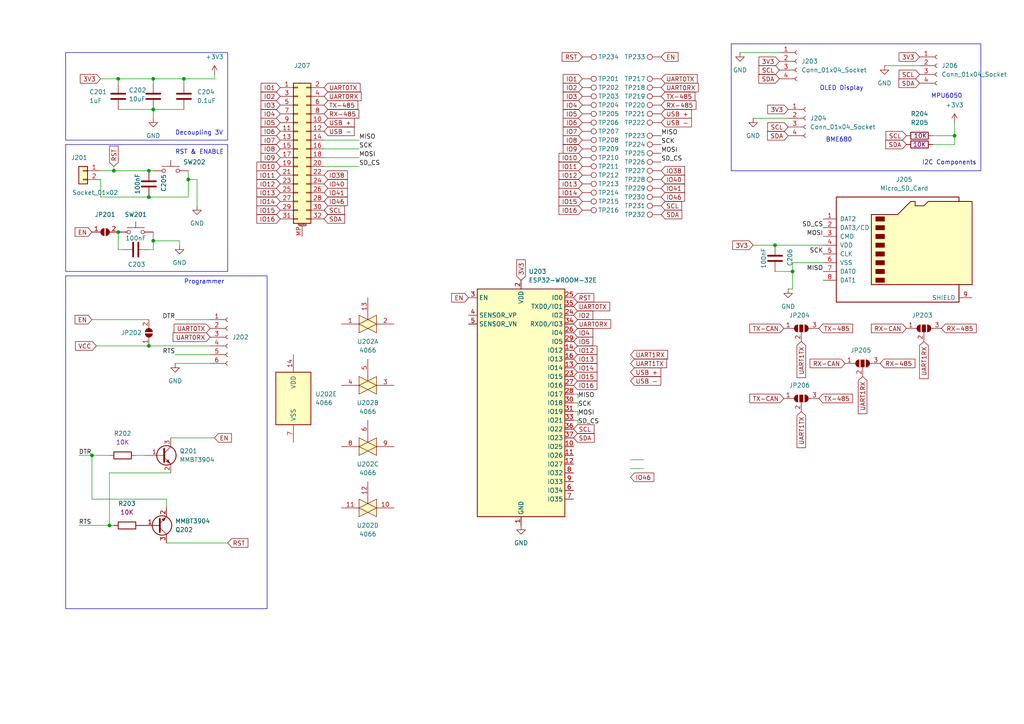
<source format=kicad_sch>
(kicad_sch (version 20231120) (generator "eeschema") (generator_version "8.0")
  (paper "A4")
  (junction (at 229.87 78.74))
  (junction (at 34.29 22.86))
  (junction (at 33.02 49.53))
  (junction (at 224.79 71.12))
  (junction (at 44.45 69.85))
  (junction (at 31.75 152.4))
  (junction (at 43.18 49.53))
  (junction (at 43.18 100.33))
  (junction (at 44.45 22.86))
  (junction (at 43.18 57.15))
  (junction (at 53.34 22.86))
  (junction (at 44.45 31.75))
  (junction (at 26.67 132.08))
  (junction (at 34.29 67.31))
  (junction (at 276.86 39.37))
  (junction (at 54.61 52.07))
  (wire (pts (xy 166.37 116.84) (xy 167.64 116.84)))
  (wire (pts (xy 62.23 21.59) (xy 62.23 22.86)))
  (wire (pts (xy 26.67 92.71) (xy 43.18 92.71)))
  (wire (pts (xy 104.14 43.18) (xy 93.98 43.18)))
  (wire (pts (xy 53.34 22.86) (xy 44.45 22.86)))
  (wire (pts (xy 104.14 45.72) (xy 93.98 45.72)))
  (wire (pts (xy 34.29 22.86) (xy 44.45 22.86)))
  (wire (pts (xy 276.86 41.91) (xy 276.86 39.37)))
  (wire (pts (xy 229.87 83.82) (xy 229.87 78.74)))
  (wire (pts (xy 53.34 24.13) (xy 53.34 22.86)))
  (wire (pts (xy 229.87 76.2) (xy 238.76 76.2)))
  (wire (pts (xy 50.8 102.87) (xy 60.96 102.87)))
  (wire (pts (xy 229.87 78.74) (xy 229.87 76.2)))
  (wire (pts (xy 44.45 69.85) (xy 44.45 72.39)))
  (wire (pts (xy 54.61 49.53) (xy 54.61 52.07)))
  (wire (pts (xy 50.8 105.41) (xy 60.96 105.41)))
  (wire (pts (xy 50.8 92.71) (xy 60.96 92.71)))
  (wire (pts (xy 33.02 48.26) (xy 33.02 49.53)))
  (wire (pts (xy 31.75 132.08) (xy 26.67 132.08)))
  (wire (pts (xy 33.02 49.53) (xy 43.18 49.53)))
  (wire (pts (xy 104.14 48.26) (xy 93.98 48.26)))
  (wire (pts (xy 167.64 123.19) (xy 167.64 121.92)))
  (wire (pts (xy 49.53 127) (xy 62.23 127)))
  (wire (pts (xy 48.26 157.48) (xy 66.04 157.48)))
  (wire (pts (xy 33.02 152.4) (xy 31.75 152.4)))
  (wire (pts (xy 34.29 31.75) (xy 44.45 31.75)))
  (wire (pts (xy 43.18 57.15) (xy 54.61 57.15)))
  (wire (pts (xy 22.86 132.08) (xy 26.67 132.08)))
  (wire (pts (xy 52.07 71.12) (xy 52.07 69.85)))
  (wire (pts (xy 57.15 52.07) (xy 54.61 52.07)))
  (wire (pts (xy 167.64 121.92) (xy 166.37 121.92)))
  (wire (pts (xy 48.26 144.78) (xy 48.26 147.32)))
  (wire (pts (xy 224.79 71.12) (xy 238.76 71.12)))
  (wire (pts (xy 214.63 15.24) (xy 226.06 15.24)))
  (wire (pts (xy 57.15 52.07) (xy 57.15 59.69)))
  (wire (pts (xy 53.34 22.86) (xy 62.23 22.86)))
  (wire (pts (xy 44.45 67.31) (xy 44.45 69.85)))
  (wire (pts (xy 218.44 34.29) (xy 228.6 34.29)))
  (wire (pts (xy 167.64 114.3) (xy 166.37 114.3)))
  (wire (pts (xy 276.86 39.37) (xy 276.86 35.56)))
  (wire (pts (xy 167.64 119.38) (xy 166.37 119.38)))
  (wire (pts (xy 182.88 135.89) (xy 186.69 135.89)))
  (wire (pts (xy 228.6 83.82) (xy 229.87 83.82)))
  (wire (pts (xy 256.54 19.05) (xy 266.7 19.05)))
  (wire (pts (xy 167.64 115.57) (xy 167.64 114.3)))
  (wire (pts (xy 44.45 31.75) (xy 44.45 34.29)))
  (wire (pts (xy 31.75 137.16) (xy 31.75 152.4)))
  (wire (pts (xy 43.18 49.53) (xy 44.45 49.53)))
  (wire (pts (xy 54.61 57.15) (xy 54.61 52.07)))
  (wire (pts (xy 43.18 72.39) (xy 44.45 72.39)))
  (wire (pts (xy 29.21 57.15) (xy 29.21 52.07)))
  (wire (pts (xy 29.21 57.15) (xy 43.18 57.15)))
  (wire (pts (xy 22.86 152.4) (xy 31.75 152.4)))
  (wire (pts (xy 224.79 78.74) (xy 229.87 78.74)))
  (wire (pts (xy 44.45 22.86) (xy 44.45 24.13)))
  (wire (pts (xy 31.75 137.16) (xy 49.53 137.16)))
  (wire (pts (xy 167.64 118.11) (xy 167.64 116.84)))
  (wire (pts (xy 270.51 41.91) (xy 276.86 41.91)))
  (wire (pts (xy 27.94 100.33) (xy 43.18 100.33)))
  (wire (pts (xy 29.21 22.86) (xy 34.29 22.86)))
  (wire (pts (xy 26.67 144.78) (xy 48.26 144.78)))
  (wire (pts (xy 182.88 133.35) (xy 186.69 133.35)))
  (wire (pts (xy 167.64 120.65) (xy 167.64 119.38)))
  (wire (pts (xy 218.44 71.12) (xy 224.79 71.12)))
  (wire (pts (xy 53.34 31.75) (xy 44.45 31.75)))
  (wire (pts (xy 34.29 67.31) (xy 34.29 72.39)))
  (wire (pts (xy 52.07 69.85) (xy 44.45 69.85)))
  (wire (pts (xy 34.29 72.39) (xy 35.56 72.39)))
  (wire (pts (xy 26.67 132.08) (xy 26.67 144.78)))
  (wire (pts (xy 104.14 40.64) (xy 93.98 40.64)))
  (wire (pts (xy 34.29 22.86) (xy 34.29 24.13)))
  (wire (pts (xy 39.37 132.08) (xy 41.91 132.08)))
  (wire (pts (xy 43.18 100.33) (xy 60.96 100.33)))
  (wire (pts (xy 33.02 49.53) (xy 29.21 49.53)))
  (wire (pts (xy 270.51 39.37) (xy 276.86 39.37)))
  (rectangle (start 19.05 80.01) (end 77.47 176.53))
  (rectangle (start 212.09 12.7) (end 284.48 49.53))
  (rectangle (start 19.05 15.24) (end 66.04 40.64))
  (rectangle (start 19.05 41.91) (end 66.04 78.74))
  (text "RST & ENABLE\n " (at 50.8 46.99 0) (effects (font (size 1.27 1.27)) (justify left bottom)))
  (text "Decoupling 3V\n" (at 50.8 39.37 0) (effects (font (size 1.27 1.27)) (justify left bottom)))
  (text "Programmer\n" (at 53.34 82.55 0) (effects (font (size 1.27 1.27)) (justify left bottom)))
  (text "OLED Display" (at 244.094 25.654 0) (effects (font (size 1.27 1.27))))
  (text "I2C Components" (at 275.336 47.244 0) (effects (font (size 1.27 1.27))))
  (text "MPU6050\n" (at 274.574 27.94 0) (effects (font (size 1.27 1.27))))
  (text "BME680" (at 243.332 40.64 0) (effects (font (size 1.27 1.27))))
  (label "DTR" (at 22.86 132.08 0))
  (label "MOSI" (at 167.64 120.65 0))
  (label "DTR" (at 50.8 92.71 180))
  (label "SD_CS" (at 191.77 46.99 0))
  (label "MISO" (at 191.77 39.37 0))
  (label "SCK" (at 238.76 73.66 180))
  (label "MOSI" (at 238.76 68.58 180))
  (label "MOSI" (at 104.14 45.72 0))
  (label "SD_CS" (at 104.14 48.26 0))
  (label "SCK" (at 191.77 41.91 0))
  (label "MISO" (at 104.14 40.64 0))
  (label "MISO" (at 238.76 78.74 180))
  (label "MISO" (at 167.64 115.57 0))
  (label "MOSI" (at 191.77 44.45 0))
  (label "SCK" (at 167.64 118.11 0))
  (label "RTS" (at 50.8 102.87 180))
  (label "SCK" (at 104.14 43.18 0))
  (label "SD_CS" (at 238.76 66.04 180))
  (label "SD_CS" (at 167.64 123.19 0))
  (label "RTS" (at 22.86 152.4 0))
  (global_label "IO46" (shape input) (at 182.88 138.43 0) (property "Intersheetrefs" "${INTERSHEET_REFS}" (effects (hide yes))))
  (global_label "IO14" (shape input) (at 168.91 55.88 180) (property "Intersheetrefs" "${INTERSHEET_REFS}" (effects (hide yes))))
  (global_label "SDA" (shape input) (at 93.98 63.5 0) (property "Intersheetrefs" "${INTERSHEET_REFS}" (effects (hide yes))))
  (global_label "IO5" (shape input) (at 81.28 35.56 180) (property "Intersheetrefs" "${INTERSHEET_REFS}" (effects (hide yes))))
  (global_label "RX-CAN" (shape input) (at 262.89 95.25 180) (property "Intersheetrefs" "${INTERSHEET_REFS}" (effects (hide yes))))
  (global_label "SCL" (shape input) (at 166.37 124.46 0) (property "Intersheetrefs" "${INTERSHEET_REFS}" (effects (hide yes))))
  (global_label "EN" (shape input) (at 26.67 92.71 180) (property "Intersheetrefs" "${INTERSHEET_REFS}" (effects (hide yes))))
  (global_label "IO11" (shape input) (at 81.28 50.8 180) (property "Intersheetrefs" "${INTERSHEET_REFS}" (effects (hide yes))))
  (global_label "3V3" (shape input) (at 218.44 71.12 180) (property "Intersheetrefs" "${INTERSHEET_REFS}" (effects (hide yes))))
  (global_label "EN" (shape input) (at 135.89 86.36 180) (property "Intersheetrefs" "${INTERSHEET_REFS}" (effects (hide yes))))
  (global_label "UART0RX" (shape input) (at 60.96 97.79 180) (property "Intersheetrefs" "${INTERSHEET_REFS}" (effects (hide yes))))
  (global_label "IO2" (shape input) (at 166.37 91.44 0) (property "Intersheetrefs" "${INTERSHEET_REFS}" (effects (hide yes))))
  (global_label "TX-CAN" (shape input) (at 227.33 95.25 180) (property "Intersheetrefs" "${INTERSHEET_REFS}" (effects (hide yes))))
  (global_label "IO16" (shape input) (at 166.37 111.76 0) (property "Intersheetrefs" "${INTERSHEET_REFS}" (effects (hide yes))))
  (global_label "IO12" (shape input) (at 168.91 50.8 180) (property "Intersheetrefs" "${INTERSHEET_REFS}" (effects (hide yes))))
  (global_label "USB -" (shape input) (at 182.88 110.49 0) (property "Intersheetrefs" "${INTERSHEET_REFS}" (effects (hide yes))))
  (global_label "IO13" (shape input) (at 166.37 104.14 0) (property "Intersheetrefs" "${INTERSHEET_REFS}" (effects (hide yes))))
  (global_label "IO40" (shape input) (at 191.77 52.07 0) (property "Intersheetrefs" "${INTERSHEET_REFS}" (effects (hide yes))))
  (global_label "IO41" (shape input) (at 191.77 54.61 0) (property "Intersheetrefs" "${INTERSHEET_REFS}" (effects (hide yes))))
  (global_label "IO9" (shape input) (at 81.28 45.72 180) (property "Intersheetrefs" "${INTERSHEET_REFS}" (effects (hide yes))))
  (global_label "IO10" (shape input) (at 81.28 48.26 180) (property "Intersheetrefs" "${INTERSHEET_REFS}" (effects (hide yes))))
  (global_label "IO40" (shape input) (at 93.98 53.34 0) (property "Intersheetrefs" "${INTERSHEET_REFS}" (effects (hide yes))))
  (global_label "UART0TX" (shape input) (at 191.77 22.86 0) (property "Intersheetrefs" "${INTERSHEET_REFS}" (effects (hide yes))))
  (global_label "USB +" (shape input) (at 182.88 107.95 0) (property "Intersheetrefs" "${INTERSHEET_REFS}" (effects (hide yes))))
  (global_label "IO5" (shape input) (at 166.37 99.06 0) (property "Intersheetrefs" "${INTERSHEET_REFS}" (effects (hide yes))))
  (global_label "RST" (shape input) (at 166.37 86.36 0) (property "Intersheetrefs" "${INTERSHEET_REFS}" (effects (hide yes))))
  (global_label "SDA" (shape input) (at 262.89 41.91 180) (property "Intersheetrefs" "${INTERSHEET_REFS}" (effects (hide yes))))
  (global_label "IO4" (shape input) (at 166.37 96.52 0) (property "Intersheetrefs" "${INTERSHEET_REFS}" (effects (hide yes))))
  (global_label "IO13" (shape input) (at 81.28 55.88 180) (property "Intersheetrefs" "${INTERSHEET_REFS}" (effects (hide yes))))
  (global_label "IO38" (shape input) (at 93.98 50.8 0) (property "Intersheetrefs" "${INTERSHEET_REFS}" (effects (hide yes))))
  (global_label "EN" (shape input) (at 26.67 67.31 180) (property "Intersheetrefs" "${INTERSHEET_REFS}" (effects (hide yes))))
  (global_label "IO14" (shape input) (at 166.37 106.68 0) (property "Intersheetrefs" "${INTERSHEET_REFS}" (effects (hide yes))))
  (global_label "IO2" (shape input) (at 168.91 25.4 180) (property "Intersheetrefs" "${INTERSHEET_REFS}" (effects (hide yes))))
  (global_label "3V3" (shape input) (at 151.13 81.28 90) (property "Intersheetrefs" "${INTERSHEET_REFS}" (effects (hide yes))))
  (global_label "USB -" (shape input) (at 93.98 38.1 0) (property "Intersheetrefs" "${INTERSHEET_REFS}" (effects (hide yes))))
  (global_label "IO38" (shape input) (at 191.77 49.53 0) (property "Intersheetrefs" "${INTERSHEET_REFS}" (effects (hide yes))))
  (global_label "IO15" (shape input) (at 81.28 60.96 180) (property "Intersheetrefs" "${INTERSHEET_REFS}" (effects (hide yes))))
  (global_label "SCL" (shape input) (at 191.77 59.69 0) (property "Intersheetrefs" "${INTERSHEET_REFS}" (effects (hide yes))))
  (global_label "SDA" (shape input) (at 228.6 39.37 180) (property "Intersheetrefs" "${INTERSHEET_REFS}" (effects (hide yes))))
  (global_label "UART0TX" (shape input) (at 166.37 88.9 0) (property "Intersheetrefs" "${INTERSHEET_REFS}" (effects (hide yes))))
  (global_label "IO15" (shape input) (at 166.37 109.22 0) (property "Intersheetrefs" "${INTERSHEET_REFS}" (effects (hide yes))))
  (global_label "IO7" (shape input) (at 168.91 38.1 180) (property "Intersheetrefs" "${INTERSHEET_REFS}" (effects (hide yes))))
  (global_label "IO7" (shape input) (at 81.28 40.64 180) (property "Intersheetrefs" "${INTERSHEET_REFS}" (effects (hide yes))))
  (global_label "RX-CAN" (shape input) (at 245.11 105.41 180) (property "Intersheetrefs" "${INTERSHEET_REFS}" (effects (hide yes))))
  (global_label "3V3" (shape input) (at 228.6 31.75 180) (property "Intersheetrefs" "${INTERSHEET_REFS}" (effects (hide yes))))
  (global_label "3V3" (shape input) (at 266.7 16.51 180) (property "Intersheetrefs" "${INTERSHEET_REFS}" (effects (hide yes))))
  (global_label "UART0RX" (shape input) (at 166.37 93.98 0) (property "Intersheetrefs" "${INTERSHEET_REFS}" (effects (hide yes))))
  (global_label "TX-485" (shape input) (at 237.49 95.25 0) (property "Intersheetrefs" "${INTERSHEET_REFS}" (effects (hide yes))))
  (global_label "IO5" (shape input) (at 168.91 33.02 180) (property "Intersheetrefs" "${INTERSHEET_REFS}" (effects (hide yes))))
  (global_label "IO16" (shape input) (at 168.91 60.96 180) (property "Intersheetrefs" "${INTERSHEET_REFS}" (effects (hide yes))))
  (global_label "UART0RX" (shape input) (at 191.77 25.4 0) (property "Intersheetrefs" "${INTERSHEET_REFS}" (effects (hide yes))))
  (global_label "EN" (shape input) (at 62.23 127 0) (property "Intersheetrefs" "${INTERSHEET_REFS}" (effects (hide yes))))
  (global_label "IO16" (shape input) (at 81.28 63.5 180) (property "Intersheetrefs" "${INTERSHEET_REFS}" (effects (hide yes))))
  (global_label "TX-485" (shape input) (at 237.49 115.57 0) (property "Intersheetrefs" "${INTERSHEET_REFS}" (effects (hide yes))))
  (global_label "IO4" (shape input) (at 81.28 33.02 180) (property "Intersheetrefs" "${INTERSHEET_REFS}" (effects (hide yes))))
  (global_label "SCL" (shape input) (at 266.7 21.59 180) (property "Intersheetrefs" "${INTERSHEET_REFS}" (effects (hide yes))))
  (global_label "UART1TX" (shape input) (at 182.88 105.41 0) (property "Intersheetrefs" "${INTERSHEET_REFS}" (effects (hide yes))))
  (global_label "IO6" (shape input) (at 81.28 38.1 180) (property "Intersheetrefs" "${INTERSHEET_REFS}" (effects (hide yes))))
  (global_label "IO14" (shape input) (at 81.28 58.42 180) (property "Intersheetrefs" "${INTERSHEET_REFS}" (effects (hide yes))))
  (global_label "3V3" (shape input) (at 29.21 22.86 180) (property "Intersheetrefs" "${INTERSHEET_REFS}" (effects (hide yes))))
  (global_label "IO1" (shape input) (at 81.28 25.4 180) (property "Intersheetrefs" "${INTERSHEET_REFS}" (effects (hide yes))))
  (global_label "UART1TX" (shape input) (at 232.41 99.06 270) (property "Intersheetrefs" "${INTERSHEET_REFS}" (effects (hide yes))))
  (global_label "TX-CAN" (shape input) (at 227.33 115.57 180) (property "Intersheetrefs" "${INTERSHEET_REFS}" (effects (hide yes))))
  (global_label "RX-485" (shape input) (at 191.77 30.48 0) (property "Intersheetrefs" "${INTERSHEET_REFS}" (effects (hide yes))))
  (global_label "IO3" (shape input) (at 81.28 30.48 180) (property "Intersheetrefs" "${INTERSHEET_REFS}" (effects (hide yes))))
  (global_label "UART0RX" (shape input) (at 93.98 27.94 0) (property "Intersheetrefs" "${INTERSHEET_REFS}" (effects (hide yes))))
  (global_label "SCL" (shape input) (at 226.06 20.32 180) (property "Intersheetrefs" "${INTERSHEET_REFS}" (effects (hide yes))))
  (global_label "SCL" (shape input) (at 228.6 36.83 180) (property "Intersheetrefs" "${INTERSHEET_REFS}" (effects (hide yes))))
  (global_label "3V3" (shape input) (at 226.06 17.78 180) (property "Intersheetrefs" "${INTERSHEET_REFS}" (effects (hide yes))))
  (global_label "IO46" (shape input) (at 191.77 57.15 0) (property "Intersheetrefs" "${INTERSHEET_REFS}" (effects (hide yes))))
  (global_label "RST" (shape input) (at 33.02 48.26 90) (property "Intersheetrefs" "${INTERSHEET_REFS}" (effects (hide yes))))
  (global_label "IO8" (shape input) (at 168.91 40.64 180) (property "Intersheetrefs" "${INTERSHEET_REFS}" (effects (hide yes))))
  (global_label "SCL" (shape input) (at 93.98 60.96 0) (property "Intersheetrefs" "${INTERSHEET_REFS}" (effects (hide yes))))
  (global_label "IO15" (shape input) (at 168.91 58.42 180) (property "Intersheetrefs" "${INTERSHEET_REFS}" (effects (hide yes))))
  (global_label "IO3" (shape input) (at 168.91 27.94 180) (property "Intersheetrefs" "${INTERSHEET_REFS}" (effects (hide yes))))
  (global_label "UART0TX" (shape input) (at 60.96 95.25 180) (property "Intersheetrefs" "${INTERSHEET_REFS}" (effects (hide yes))))
  (global_label "IO4" (shape input) (at 168.91 30.48 180) (property "Intersheetrefs" "${INTERSHEET_REFS}" (effects (hide yes))))
  (global_label "IO9" (shape input) (at 168.91 43.18 180) (property "Intersheetrefs" "${INTERSHEET_REFS}" (effects (hide yes))))
  (global_label "RX-485" (shape input) (at 273.05 95.25 0) (property "Intersheetrefs" "${INTERSHEET_REFS}" (effects (hide yes))))
  (global_label "IO10" (shape input) (at 168.91 45.72 180) (property "Intersheetrefs" "${INTERSHEET_REFS}" (effects (hide yes))))
  (global_label "IO13" (shape input) (at 168.91 53.34 180) (property "Intersheetrefs" "${INTERSHEET_REFS}" (effects (hide yes))))
  (global_label "IO1" (shape input) (at 168.91 22.86 180) (property "Intersheetrefs" "${INTERSHEET_REFS}" (effects (hide yes))))
  (global_label "USB -" (shape input) (at 191.77 35.56 0) (property "Intersheetrefs" "${INTERSHEET_REFS}" (effects (hide yes))))
  (global_label "UART1TX" (shape input) (at 232.41 119.38 270) (property "Intersheetrefs" "${INTERSHEET_REFS}" (effects (hide yes))))
  (global_label "TX-485" (shape input) (at 93.98 30.48 0) (property "Intersheetrefs" "${INTERSHEET_REFS}" (effects (hide yes))))
  (global_label "VCC" (shape input) (at 27.94 100.33 180) (property "Intersheetrefs" "${INTERSHEET_REFS}" (effects (hide yes))))
  (global_label "UART1RX" (shape input) (at 267.97 99.06 270) (property "Intersheetrefs" "${INTERSHEET_REFS}" (effects (hide yes))))
  (global_label "RST" (shape input) (at 66.04 157.48 0) (property "Intersheetrefs" "${INTERSHEET_REFS}" (effects (hide yes))))
  (global_label "SCL" (shape input) (at 262.89 39.37 180) (property "Intersheetrefs" "${INTERSHEET_REFS}" (effects (hide yes))))
  (global_label "UART0TX" (shape input) (at 93.98 25.4 0) (property "Intersheetrefs" "${INTERSHEET_REFS}" (effects (hide yes))))
  (global_label "RST" (shape input) (at 168.91 16.51 180) (property "Intersheetrefs" "${INTERSHEET_REFS}" (effects (hide yes))))
  (global_label "SDA" (shape input) (at 191.77 62.23 0) (property "Intersheetrefs" "${INTERSHEET_REFS}" (effects (hide yes))))
  (global_label "USB +" (shape input) (at 191.77 33.02 0) (property "Intersheetrefs" "${INTERSHEET_REFS}" (effects (hide yes))))
  (global_label "SDA" (shape input) (at 166.37 127 0) (property "Intersheetrefs" "${INTERSHEET_REFS}" (effects (hide yes))))
  (global_label "RX-485" (shape input) (at 255.27 105.41 0) (property "Intersheetrefs" "${INTERSHEET_REFS}" (effects (hide yes))))
  (global_label "SDA" (shape input) (at 226.06 22.86 180) (property "Intersheetrefs" "${INTERSHEET_REFS}" (effects (hide yes))))
  (global_label "IO11" (shape input) (at 168.91 48.26 180) (property "Intersheetrefs" "${INTERSHEET_REFS}" (effects (hide yes))))
  (global_label "IO12" (shape input) (at 81.28 53.34 180) (property "Intersheetrefs" "${INTERSHEET_REFS}" (effects (hide yes))))
  (global_label "IO12" (shape input) (at 166.37 101.6 0) (property "Intersheetrefs" "${INTERSHEET_REFS}" (effects (hide yes))))
  (global_label "IO2" (shape input) (at 81.28 27.94 180) (property "Intersheetrefs" "${INTERSHEET_REFS}" (effects (hide yes))))
  (global_label "UART1RX" (shape input) (at 250.19 109.22 270) (property "Intersheetrefs" "${INTERSHEET_REFS}" (effects (hide yes))))
  (global_label "IO46" (shape input) (at 93.98 58.42 0) (property "Intersheetrefs" "${INTERSHEET_REFS}" (effects (hide yes))))
  (global_label "IO6" (shape input) (at 168.91 35.56 180) (property "Intersheetrefs" "${INTERSHEET_REFS}" (effects (hide yes))))
  (global_label "IO41" (shape input) (at 93.98 55.88 0) (property "Intersheetrefs" "${INTERSHEET_REFS}" (effects (hide yes))))
  (global_label "UART1RX" (shape input) (at 182.88 102.87 0) (property "Intersheetrefs" "${INTERSHEET_REFS}" (effects (hide yes))))
  (global_label "USB +" (shape input) (at 93.98 35.56 0) (property "Intersheetrefs" "${INTERSHEET_REFS}" (effects (hide yes))))
  (global_label "TX-485" (shape input) (at 191.77 27.94 0) (property "Intersheetrefs" "${INTERSHEET_REFS}" (effects (hide yes))))
  (global_label "RX-485" (shape input) (at 93.98 33.02 0) (property "Intersheetrefs" "${INTERSHEET_REFS}" (effects (hide yes))))
  (global_label "EN" (shape input) (at 191.77 16.51 0) (property "Intersheetrefs" "${INTERSHEET_REFS}" (effects (hide yes))))
  (global_label "IO8" (shape input) (at 81.28 43.18 180) (property "Intersheetrefs" "${INTERSHEET_REFS}" (effects (hide yes))))
  (global_label "SDA" (shape input) (at 266.7 24.13 180) (property "Intersheetrefs" "${INTERSHEET_REFS}" (effects (hide yes))))
  (symbol (lib_id "Transistor_BJT:MMBT3904") (at 46.99 132.08 0) (unit 1)
    (property "Reference" "Q201" (at 52.07 130.81 0) (effects (justify left)))
    (property "Value" "MMBT3904" (at 52.07 133.35 0) (effects (justify left)))
    (property "Footprint" "Package_TO_SOT_SMD:SOT-23" (effects (hide yes)))
    (property "Datasheet" "https://www.onsemi.com/pdf/datasheet/pzt3904-d.pdf" (effects (hide yes)))
  )
  (symbol (lib_id "Connector:TestPoint") (at 191.77 62.23 90) (unit 1)
    (property "Reference" "TP232" (at 187.198 62.23 90) (effects (justify left)))
    (property "Value" "TestPoint" (effects (hide yes)))
    (property "Footprint" "TestPoint:TestPoint_Pad_D2.0mm" (effects (hide yes)))
    (property "Description" "test point" (effects (hide yes)))
  )
  (symbol (lib_id "Connector:TestPoint") (at 191.77 25.4 90) (unit 1)
    (property "Reference" "TP218" (at 187.198 25.4 90) (effects (justify left)))
    (property "Value" "TestPoint" (effects (hide yes)))
    (property "Footprint" "TestPoint:TestPoint_Pad_D2.0mm" (effects (hide yes)))
    (property "Description" "test point" (effects (hide yes)))
  )
  (symbol (lib_id "power:+3V3") (at 62.23 21.59 0) (unit 1)
    (property "Reference" "#PWR0206" (effects (hide yes)))
    (property "Value" "+3V3" (at 62.23 16.51 0))
    (property "Description" "Power symbol creates a global label with name \"+3V3\"" (effects (hide yes)))
  )
  (symbol (lib_id "Connector:TestPoint") (at 191.77 16.51 90) (unit 1)
    (property "Reference" "TP233" (at 187.198 16.51 90) (effects (justify left)))
    (property "Value" "TestPoint" (effects (hide yes)))
    (property "Footprint" "TestPoint:TestPoint_Pad_D2.0mm" (effects (hide yes)))
    (property "Description" "test point" (effects (hide yes)))
  )
  (symbol (lib_id "Connector_Generic_MountingPin:Conn_02x16_Odd_Even_MountingPin") (at 86.36 43.18 0) (unit 1)
    (property "Reference" "J207" (at 87.63 19.05 0))
    (property "Value" "Conn_02x16_Odd_Even_MountingPin" (effects (hide yes)))
    (property "Description" "Generic connectable mounting pin connector, double row, 02x16, odd/even pin numbering scheme (row 1 odd numbers, row 2 even numbers), script generated (kicad-library-utils/schlib/autogen/connector/)" (effects (hide yes)))
  )
  (symbol (lib_id "Connector:TestPoint") (at 168.91 33.02 270) (unit 1)
    (property "Reference" "TP205" (at 173.482 33.02 90) (effects (justify left)))
    (property "Value" "TestPoint" (effects (hide yes)))
    (property "Footprint" "TestPoint:TestPoint_Pad_D2.0mm" (effects (hide yes)))
    (property "Description" "test point" (effects (hide yes)))
  )
  (symbol (lib_id "4xxx:4066") (at 106.68 129.54 0) (unit 3)
    (property "Reference" "U202" (at 106.68 134.62 0))
    (property "Value" "4066" (at 106.68 137.16 0))
    (property "Datasheet" "http://www.ti.com/lit/ds/symlink/cd4066b.pdf" (effects (hide yes)))
    (property "Description" "Quad Analog Switches" (effects (hide yes)))
  )
  (symbol (lib_id "Connector:TestPoint") (at 191.77 52.07 90) (unit 1)
    (property "Reference" "TP228" (at 187.198 52.07 90) (effects (justify left)))
    (property "Value" "TestPoint" (effects (hide yes)))
    (property "Footprint" "TestPoint:TestPoint_Pad_D2.0mm" (effects (hide yes)))
    (property "Description" "test point" (effects (hide yes)))
  )
  (symbol (lib_id "4xxx:4066") (at 85.09 115.57 0) (unit 5)
    (property "Reference" "U202" (at 91.44 114.2999 0) (effects (justify left)))
    (property "Value" "4066" (at 91.44 116.8399 0) (effects (justify left)))
    (property "Datasheet" "http://www.ti.com/lit/ds/symlink/cd4066b.pdf" (effects (hide yes)))
    (property "Description" "Quad Analog Switches" (effects (hide yes)))
  )
  (symbol (lib_id "Connector:TestPoint") (at 168.91 22.86 270) (unit 1)
    (property "Reference" "TP201" (at 173.482 22.86 90) (effects (justify left)))
    (property "Value" "TestPoint" (effects (hide yes)))
    (property "Footprint" "TestPoint:TestPoint_Pad_D2.0mm" (effects (hide yes)))
    (property "Description" "test point" (effects (hide yes)))
  )
  (symbol (lib_id "Connector:TestPoint") (at 191.77 35.56 90) (unit 1)
    (property "Reference" "TP222" (at 187.198 35.56 90) (effects (justify left)))
    (property "Value" "TestPoint" (effects (hide yes)))
    (property "Footprint" "TestPoint:TestPoint_Pad_D2.0mm" (effects (hide yes)))
    (property "Description" "test point" (effects (hide yes)))
  )
  (symbol (lib_id "Connector:TestPoint") (at 168.91 60.96 270) (unit 1)
    (property "Reference" "TP216" (at 173.482 60.96 90) (effects (justify left)))
    (property "Value" "TestPoint" (effects (hide yes)))
    (property "Footprint" "TestPoint:TestPoint_Pad_D2.0mm" (effects (hide yes)))
    (property "Description" "test point" (effects (hide yes)))
  )
  (symbol (lib_id "Connector:TestPoint") (at 191.77 54.61 90) (unit 1)
    (property "Reference" "TP229" (at 187.198 54.61 90) (effects (justify left)))
    (property "Value" "TestPoint" (effects (hide yes)))
    (property "Footprint" "TestPoint:TestPoint_Pad_D2.0mm" (effects (hide yes)))
    (property "Description" "test point" (effects (hide yes)))
  )
  (symbol (lib_id "Connector:TestPoint") (at 191.77 22.86 90) (unit 1)
    (property "Reference" "TP217" (at 187.198 22.86 90) (effects (justify left)))
    (property "Value" "TestPoint" (effects (hide yes)))
    (property "Footprint" "TestPoint:TestPoint_Pad_D2.0mm" (effects (hide yes)))
    (property "Description" "test point" (effects (hide yes)))
  )
  (symbol (lib_id "Device:C") (at 39.37 72.39 90) (unit 1)
    (property "Reference" "C203" (at 39.624 76.708 90))
    (property "Value" "100nF" (at 39.37 69.088 90))
    (property "Footprint" "Capacitor_SMD:C_0603_1608Metric_Pad1.08x0.95mm_HandSolder" (effects (hide yes)))
    (property "Description" "Unpolarized capacitor" (effects (hide yes)))
  )
  (symbol (lib_id "PCM_4ms_Power-symbol:GND") (at 44.45 34.29 0) (unit 1)
    (property "Reference" "#PWR0202" (effects (hide yes)))
    (property "Value" "GND" (at 44.45 39.37 0))
  )
  (symbol (lib_id "Device:C") (at 53.34 27.94 0) (unit 1)
    (property "Reference" "C204" (at 57.15 26.6699 0) (effects (justify left)))
    (property "Value" "0.1uF" (at 57.15 29.2099 0) (effects (justify left)))
    (property "Footprint" "Capacitor_SMD:C_0603_1608Metric_Pad1.08x0.95mm_HandSolder" (effects (hide yes)))
    (property "Description" "Unpolarized capacitor" (effects (hide yes)))
  )
  (symbol (lib_id "Connector:TestPoint") (at 168.91 30.48 270) (unit 1)
    (property "Reference" "TP204" (at 173.482 30.48 90) (effects (justify left)))
    (property "Value" "TestPoint" (effects (hide yes)))
    (property "Footprint" "TestPoint:TestPoint_Pad_D2.0mm" (effects (hide yes)))
    (property "Description" "test point" (effects (hide yes)))
  )
  (symbol (lib_id "PCM_4ms_Resistor:0R_0603") (at 35.56 132.08 90) (unit 1)
    (property "Reference" "R202" (at 35.56 125.73 90))
    (property "Value" "0R_0603" (effects (hide yes)))
    (property "Footprint" "Resistor_SMD:R_0603_1608Metric_Pad0.98x0.95mm_HandSolder" (effects (hide yes)))
    (property "Specifications" "0R, 1%, 1/10W, 0603" (effects (hide yes)))
    (property "Manufacturer" "Yageo" (effects (hide yes)))
    (property "Part Number" "RC0603FR-100RL" (effects (hide yes)))
    (property "Display" "10K" (at 35.56 128.27 90))
    (property "JLCPCB ID" "C21189" (effects (hide yes)))
  )
  (symbol (lib_id "Connector:Micro_SD_Card") (at 261.62 71.12 0) (unit 1)
    (property "Reference" "J205" (at 262.255 52.07 0))
    (property "Value" "Micro_SD_Card" (at 262.255 54.61 0))
    (property "Datasheet" "http://katalog.we-online.de/em/datasheet/693072010801.pdf" (effects (hide yes)))
    (property "Description" "Micro SD Card Socket" (effects (hide yes)))
  )
  (symbol (lib_id "PCM_4ms_Power-symbol:GND") (at 228.6 83.82 0) (unit 1)
    (property "Reference" "#PWR0210" (effects (hide yes)))
    (property "Value" "GND" (at 228.6 88.9 0))
  )
  (symbol (lib_id "Connector:TestPoint") (at 168.91 58.42 270) (unit 1)
    (property "Reference" "TP215" (at 173.482 58.42 90) (effects (justify left)))
    (property "Value" "TestPoint" (effects (hide yes)))
    (property "Footprint" "TestPoint:TestPoint_Pad_D2.0mm" (effects (hide yes)))
    (property "Description" "test point" (effects (hide yes)))
  )
  (symbol (lib_id "Connector:TestPoint") (at 191.77 57.15 90) (unit 1)
    (property "Reference" "TP230" (at 187.198 57.15 90) (effects (justify left)))
    (property "Value" "TestPoint" (effects (hide yes)))
    (property "Footprint" "TestPoint:TestPoint_Pad_D2.0mm" (effects (hide yes)))
    (property "Description" "test point" (effects (hide yes)))
  )
  (symbol (lib_id "Device:C") (at 44.45 27.94 0) (unit 1)
    (property "Reference" "C202" (at 37.338 26.162 0) (effects (justify left)))
    (property "Value" "10uF" (at 37.338 28.702 0) (effects (justify left)))
    (property "Footprint" "Capacitor_SMD:C_0603_1608Metric_Pad1.08x0.95mm_HandSolder" (effects (hide yes)))
    (property "Description" "Unpolarized capacitor" (effects (hide yes)))
  )
  (symbol (lib_id "Jumper:SolderJumper_3_Open") (at 232.41 115.57 0) (unit 1) (exclude_from_sim yes) (in_bom no)
    (property "Reference" "JP206" (at 231.902 111.76 0))
    (property "Value" "SolderJumper_3_Open" (effects (hide yes)))
    (property "Footprint" "Jumper:SolderJumper-3_P2.0mm_Open_TrianglePad1.0x1.5mm" (effects (hide yes)))
    (property "Description" "Solder Jumper, 3-pole, open" (effects (hide yes)))
  )
  (symbol (lib_id "Switch:SW_Omron_B3FS") (at 49.53 49.53 0) (unit 1)
    (property "Reference" "SW202" (at 56.388 46.99 0))
    (property "Value" "SW_Omron_B3FS" (effects (hide yes)))
    (property "Footprint" "Button_Switch_SMD:SW_Tactile_SPST_NO_Straight_CK_PTS636Sx25SMTRLFS" (effects (hide yes)))
    (property "Datasheet" "https://omronfs.omron.com/en_US/ecb/products/pdf/en-b3fs.pdf" (effects (hide yes)))
  )
  (symbol (lib_id "Connector:Conn_01x04_Socket") (at 271.78 19.05 0) (unit 1)
    (property "Reference" "J206" (at 273.05 19.0499 0) (effects (justify left)))
    (property "Value" "Conn_01x04_Socket" (at 273.05 21.5899 0) (effects (justify left)))
    (property "Footprint" "Connector_PinSocket_2.54mm:PinSocket_1x04_P2.54mm_Vertical" (effects (hide yes)))
    (property "Description" "Generic connector, single row, 01x04, script generated" (effects (hide yes)))
  )
  (symbol (lib_id "Connector:TestPoint") (at 168.91 45.72 270) (unit 1)
    (property "Reference" "TP210" (at 173.482 45.72 90) (effects (justify left)))
    (property "Value" "TestPoint" (effects (hide yes)))
    (property "Footprint" "TestPoint:TestPoint_Pad_D2.0mm" (effects (hide yes)))
    (property "Description" "test point" (effects (hide yes)))
  )
  (symbol (lib_id "Connector:TestPoint") (at 168.91 25.4 270) (unit 1)
    (property "Reference" "TP202" (at 173.482 25.4 90) (effects (justify left)))
    (property "Value" "TestPoint" (effects (hide yes)))
    (property "Footprint" "TestPoint:TestPoint_Pad_D2.0mm" (effects (hide yes)))
    (property "Description" "test point" (effects (hide yes)))
  )
  (symbol (lib_id "PCM_4ms_Power-symbol:GND") (at 214.63 15.24 0) (unit 1)
    (property "Reference" "#PWR0208" (effects (hide yes)))
    (property "Value" "GND" (at 214.63 20.32 0))
  )
  (symbol (lib_id "Device:C") (at 34.29 27.94 0) (unit 1)
    (property "Reference" "C201" (at 25.908 26.67 0) (effects (justify left)))
    (property "Value" "1uF" (at 25.908 29.21 0) (effects (justify left)))
    (property "Footprint" "Capacitor_SMD:C_0603_1608Metric_Pad1.08x0.95mm_HandSolder" (effects (hide yes)))
    (property "Description" "Unpolarized capacitor" (effects (hide yes)))
  )
  (symbol (lib_id "Connector:TestPoint") (at 168.91 27.94 270) (unit 1)
    (property "Reference" "TP203" (at 173.482 27.94 90) (effects (justify left)))
    (property "Value" "TestPoint" (effects (hide yes)))
    (property "Footprint" "TestPoint:TestPoint_Pad_D2.0mm" (effects (hide yes)))
    (property "Description" "test point" (effects (hide yes)))
  )
  (symbol (lib_id "Connector:TestPoint") (at 168.91 43.18 270) (unit 1)
    (property "Reference" "TP209" (at 173.482 43.18 90) (effects (justify left)))
    (property "Value" "TestPoint" (effects (hide yes)))
    (property "Footprint" "TestPoint:TestPoint_Pad_D2.0mm" (effects (hide yes)))
    (property "Description" "test point" (effects (hide yes)))
  )
  (symbol (lib_id "PCM_4ms_Power-symbol:GND") (at 57.15 59.69 0) (unit 1)
    (property "Reference" "#PWR0201" (effects (hide yes)))
    (property "Value" "GND" (at 57.15 64.77 0))
  )
  (symbol (lib_id "Jumper:SolderJumper_3_Open") (at 232.41 95.25 0) (unit 1) (exclude_from_sim yes) (in_bom no)
    (property "Reference" "JP204" (at 231.902 91.44 0))
    (property "Value" "SolderJumper_3_Open" (effects (hide yes)))
    (property "Footprint" "Jumper:SolderJumper-3_P2.0mm_Open_TrianglePad1.0x1.5mm" (effects (hide yes)))
    (property "Description" "Solder Jumper, 3-pole, open" (effects (hide yes)))
  )
  (symbol (lib_id "Connector:TestPoint") (at 168.91 40.64 270) (unit 1)
    (property "Reference" "TP208" (at 173.482 40.64 90) (effects (justify left)))
    (property "Value" "TestPoint" (effects (hide yes)))
    (property "Footprint" "TestPoint:TestPoint_Pad_D2.0mm" (effects (hide yes)))
    (property "Description" "test point" (effects (hide yes)))
  )
  (symbol (lib_id "PCM_4ms_Resistor:0R_0603") (at 266.7 39.37 270) (unit 1)
    (property "Reference" "R204" (at 266.7 33.02 90))
    (property "Value" "0R_0603" (effects (hide yes)))
    (property "Footprint" "Resistor_SMD:R_0603_1608Metric_Pad0.98x0.95mm_HandSolder" (effects (hide yes)))
    (property "Specifications" "0R, 1%, 1/10W, 0603" (effects (hide yes)))
    (property "Manufacturer" "Yageo" (effects (hide yes)))
    (property "Part Number" "RC0603FR-100RL" (effects (hide yes)))
    (property "Display" "10K" (at 266.954 39.37 90))
    (property "JLCPCB ID" "C21189" (effects (hide yes)))
  )
  (symbol (lib_id "Connector:TestPoint") (at 191.77 59.69 90) (unit 1)
    (property "Reference" "TP231" (at 187.198 59.69 90) (effects (justify left)))
    (property "Value" "TestPoint" (effects (hide yes)))
    (property "Footprint" "TestPoint:TestPoint_Pad_D2.0mm" (effects (hide yes)))
    (property "Description" "test point" (effects (hide yes)))
  )
  (symbol (lib_id "Connector:TestPoint") (at 191.77 41.91 90) (unit 1)
    (property "Reference" "TP224" (at 187.198 41.91 90) (effects (justify left)))
    (property "Value" "TestPoint" (effects (hide yes)))
    (property "Footprint" "TestPoint:TestPoint_Pad_D2.0mm" (effects (hide yes)))
    (property "Description" "test point" (effects (hide yes)))
  )
  (symbol (lib_id "Connector:TestPoint") (at 191.77 49.53 90) (unit 1)
    (property "Reference" "TP227" (at 187.198 49.53 90) (effects (justify left)))
    (property "Value" "TestPoint" (effects (hide yes)))
    (property "Footprint" "TestPoint:TestPoint_Pad_D2.0mm" (effects (hide yes)))
    (property "Description" "test point" (effects (hide yes)))
  )
  (symbol (lib_id "Connector:TestPoint") (at 168.91 50.8 270) (unit 1)
    (property "Reference" "TP212" (at 173.482 50.8 90) (effects (justify left)))
    (property "Value" "TestPoint" (effects (hide yes)))
    (property "Footprint" "TestPoint:TestPoint_Pad_D2.0mm" (effects (hide yes)))
    (property "Description" "test point" (effects (hide yes)))
  )
  (symbol (lib_id "4xxx:4066") (at 106.68 147.32 0) (unit 4)
    (property "Reference" "U202" (at 106.68 152.4 0))
    (property "Value" "4066" (at 106.68 154.94 0))
    (property "Datasheet" "http://www.ti.com/lit/ds/symlink/cd4066b.pdf" (effects (hide yes)))
    (property "Description" "Quad Analog Switches" (effects (hide yes)))
  )
  (symbol (lib_id "Connector:TestPoint") (at 191.77 27.94 90) (unit 1)
    (property "Reference" "TP219" (at 187.198 27.94 90) (effects (justify left)))
    (property "Value" "TestPoint" (effects (hide yes)))
    (property "Footprint" "TestPoint:TestPoint_Pad_D2.0mm" (effects (hide yes)))
    (property "Description" "test point" (effects (hide yes)))
  )
  (symbol (lib_id "Connector:TestPoint") (at 168.91 35.56 270) (unit 1)
    (property "Reference" "TP206" (at 173.482 35.56 90) (effects (justify left)))
    (property "Value" "TestPoint" (effects (hide yes)))
    (property "Footprint" "TestPoint:TestPoint_Pad_D2.0mm" (effects (hide yes)))
    (property "Description" "test point" (effects (hide yes)))
  )
  (symbol (lib_id "4xxx:4066") (at 106.68 93.98 0) (unit 1)
    (property "Reference" "U202" (at 106.68 99.06 0))
    (property "Value" "4066" (at 106.68 101.6 0))
    (property "Datasheet" "http://www.ti.com/lit/ds/symlink/cd4066b.pdf" (effects (hide yes)))
    (property "Description" "Quad Analog Switches" (effects (hide yes)))
  )
  (symbol (lib_id "Connector:TestPoint") (at 191.77 33.02 90) (unit 1)
    (property "Reference" "TP221" (at 187.198 33.02 90) (effects (justify left)))
    (property "Value" "TestPoint" (effects (hide yes)))
    (property "Footprint" "TestPoint:TestPoint_Pad_D2.0mm" (effects (hide yes)))
    (property "Description" "test point" (effects (hide yes)))
  )
  (symbol (lib_id "PCM_4ms_Power-symbol:GND") (at 52.07 71.12 0) (unit 1)
    (property "Reference" "#PWR0203" (effects (hide yes)))
    (property "Value" "GND" (at 52.07 76.2 0))
  )
  (symbol (lib_id "Connector:TestPoint") (at 168.91 16.51 270) (unit 1)
    (property "Reference" "TP234" (at 173.482 16.51 90) (effects (justify left)))
    (property "Value" "TestPoint" (effects (hide yes)))
    (property "Footprint" "TestPoint:TestPoint_Pad_D2.0mm" (effects (hide yes)))
    (property "Description" "test point" (effects (hide yes)))
  )
  (symbol (lib_id "Connector:TestPoint") (at 168.91 38.1 270) (unit 1)
    (property "Reference" "TP207" (at 173.482 38.1 90) (effects (justify left)))
    (property "Value" "TestPoint" (effects (hide yes)))
    (property "Footprint" "TestPoint:TestPoint_Pad_D2.0mm" (effects (hide yes)))
    (property "Description" "test point" (effects (hide yes)))
  )
  (symbol (lib_id "Connector:TestPoint") (at 168.91 55.88 270) (unit 1)
    (property "Reference" "TP214" (at 173.482 55.88 90) (effects (justify left)))
    (property "Value" "TestPoint" (effects (hide yes)))
    (property "Footprint" "TestPoint:TestPoint_Pad_D2.0mm" (effects (hide yes)))
    (property "Description" "test point" (effects (hide yes)))
  )
  (symbol (lib_id "Device:C") (at 224.79 74.93 180) (unit 1)
    (property "Reference" "C206" (at 229.108 74.676 90))
    (property "Value" "100nF" (at 221.488 74.93 90))
    (property "Footprint" "Capacitor_SMD:C_0603_1608Metric_Pad1.08x0.95mm_HandSolder" (effects (hide yes)))
    (property "Description" "Unpolarized capacitor" (effects (hide yes)))
  )
  (symbol (lib_id "Connector:Conn_01x06_Socket") (at 66.04 97.79 0) (unit 1)
    (property "Reference" "J202" (at 67.31 97.7899 0) (effects (justify left)))
    (property "Value" "Conn_01x06_Socket" (effects (hide yes)))
    (property "Footprint" "Connector_PinSocket_2.54mm:PinSocket_1x06_P2.54mm_Vertical" (effects (hide yes)))
    (property "Description" "Generic connector, single row, 01x06, script generated" (effects (hide yes)))
  )
  (symbol (lib_id "PCM_4ms_Resistor:0R_0603") (at 266.7 41.91 90) (unit 1)
    (property "Reference" "R205" (at 266.7 35.56 90))
    (property "Value" "0R_0603" (effects (hide yes)))
    (property "Footprint" "Resistor_SMD:R_0603_1608Metric_Pad0.98x0.95mm_HandSolder" (effects (hide yes)))
    (property "Specifications" "0R, 1%, 1/10W, 0603" (effects (hide yes)))
    (property "Manufacturer" "Yageo" (effects (hide yes)))
    (property "Part Number" "RC0603FR-100RL" (effects (hide yes)))
    (property "Display" "10K" (at 266.7 41.91 90))
    (property "JLCPCB ID" "C21189" (effects (hide yes)))
  )
  (symbol (lib_id "Connector:TestPoint") (at 191.77 39.37 90) (unit 1)
    (property "Reference" "TP223" (at 187.198 39.37 90) (effects (justify left)))
    (property "Value" "TestPoint" (effects (hide yes)))
    (property "Footprint" "TestPoint:TestPoint_Pad_D2.0mm" (effects (hide yes)))
    (property "Description" "test point" (effects (hide yes)))
  )
  (symbol (lib_id "Connector:TestPoint") (at 191.77 46.99 90) (unit 1)
    (property "Reference" "TP226" (at 187.198 46.99 90) (effects (justify left)))
    (property "Value" "TestPoint" (effects (hide yes)))
    (property "Footprint" "TestPoint:TestPoint_Pad_D2.0mm" (effects (hide yes)))
    (property "Description" "test point" (effects (hide yes)))
  )
  (symbol (lib_id "PCM_4ms_Power-symbol:GND") (at 151.13 152.4 0) (unit 1)
    (property "Reference" "#PWR0207" (effects (hide yes)))
    (property "Value" "GND" (at 151.13 157.48 0))
  )
  (symbol (lib_id "Jumper:SolderJumper_2_Open") (at 43.18 96.52 90) (unit 1)
    (property "Reference" "JP202" (at 38.1 96.52 90))
    (property "Value" "SolderJumper_2_Open" (effects (hide yes)))
    (property "Footprint" "Manupa:small_jumper" (effects (hide yes)))
  )
  (symbol (lib_id "PCM_4ms_Connector:Socket_01x02") (at 24.13 49.53 0) (mirror y) (unit 1)
    (property "Reference" "J201" (at 25.4 45.72 0) (effects (justify left)))
    (property "Value" "Socket_01x02" (at 34.29 55.88 0) (effects (justify left)))
    (property "Footprint" "Connector_PinSocket_2.54mm:PinSocket_1x02_P2.54mm_Vertical" (effects (hide yes)))
    (property "Specifications" "Socket Header, 1*2, spacing 2.54mm, Vertical" (effects (hide yes)))
    (property "Manufacturer" "?" (effects (hide yes)))
    (property "Part Number" "?" (effects (hide yes)))
  )
  (symbol (lib_id "Jumper:SolderJumper_2_Open") (at 30.48 67.31 0) (unit 1)
    (property "Reference" "JP201" (at 30.48 62.23 0))
    (property "Value" "SolderJumper_2_Open" (effects (hide yes)))
    (property "Footprint" "Manupa:small_jumper" (effects (hide yes)))
  )
  (symbol (lib_id "Connector:Conn_01x04_Socket") (at 233.68 34.29 0) (unit 1)
    (property "Reference" "J204" (at 234.95 34.2899 0) (effects (justify left)))
    (property "Value" "Conn_01x04_Socket" (at 234.95 36.8299 0) (effects (justify left)))
    (property "Footprint" "Connector_PinSocket_2.54mm:PinSocket_1x04_P2.54mm_Vertical" (effects (hide yes)))
    (property "Description" "Generic connector, single row, 01x04, script generated" (effects (hide yes)))
  )
  (symbol (lib_id "PCM_4ms_Power-symbol:GND") (at 256.54 19.05 0) (unit 1)
    (property "Reference" "#PWR0211" (effects (hide yes)))
    (property "Value" "GND" (at 256.54 24.13 0))
  )
  (symbol (lib_id "Device:C") (at 43.18 53.34 180) (unit 1)
    (property "Reference" "C205" (at 47.498 53.086 90))
    (property "Value" "100nF" (at 39.878 53.34 90))
    (property "Footprint" "Capacitor_SMD:C_0603_1608Metric_Pad1.08x0.95mm_HandSolder" (effects (hide yes)))
    (property "Description" "Unpolarized capacitor" (effects (hide yes)))
  )
  (symbol (lib_id "Jumper:SolderJumper_3_Open") (at 250.19 105.41 0) (unit 1) (exclude_from_sim yes) (in_bom no)
    (property "Reference" "JP205" (at 249.682 101.6 0))
    (property "Value" "SolderJumper_3_Open" (effects (hide yes)))
    (property "Footprint" "Jumper:SolderJumper-3_P2.0mm_Open_TrianglePad1.0x1.5mm" (effects (hide yes)))
    (property "Description" "Solder Jumper, 3-pole, open" (effects (hide yes)))
  )
  (symbol (lib_id "Connector:Conn_01x04_Socket") (at 231.14 17.78 0) (unit 1)
    (property "Reference" "J203" (at 232.41 17.7799 0) (effects (justify left)))
    (property "Value" "Conn_01x04_Socket" (at 232.41 20.3199 0) (effects (justify left)))
    (property "Footprint" "Connector_PinSocket_2.54mm:PinSocket_1x04_P2.54mm_Vertical" (effects (hide yes)))
    (property "Description" "Generic connector, single row, 01x04, script generated" (effects (hide yes)))
  )
  (symbol (lib_id "4xxx:4066") (at 106.68 111.76 0) (unit 2)
    (property "Reference" "U202" (at 106.68 116.84 0))
    (property "Value" "4066" (at 106.68 119.38 0))
    (property "Datasheet" "http://www.ti.com/lit/ds/symlink/cd4066b.pdf" (effects (hide yes)))
    (property "Description" "Quad Analog Switches" (effects (hide yes)))
  )
  (symbol (lib_id "Connector:TestPoint") (at 191.77 30.48 90) (unit 1)
    (property "Reference" "TP220" (at 187.198 30.48 90) (effects (justify left)))
    (property "Value" "TestPoint" (effects (hide yes)))
    (property "Footprint" "TestPoint:TestPoint_Pad_D2.0mm" (effects (hide yes)))
    (property "Description" "test point" (effects (hide yes)))
  )
  (symbol (lib_id "Connector:TestPoint") (at 168.91 48.26 270) (unit 1)
    (property "Reference" "TP211" (at 173.482 48.26 90) (effects (justify left)))
    (property "Value" "TestPoint" (effects (hide yes)))
    (property "Footprint" "TestPoint:TestPoint_Pad_D2.0mm" (effects (hide yes)))
    (property "Description" "test point" (effects (hide yes)))
  )
  (symbol (lib_id "Connector:TestPoint") (at 191.77 44.45 90) (unit 1)
    (property "Reference" "TP225" (at 187.198 44.45 90) (effects (justify left)))
    (property "Value" "TestPoint" (effects (hide yes)))
    (property "Footprint" "TestPoint:TestPoint_Pad_D2.0mm" (effects (hide yes)))
    (property "Description" "test point" (effects (hide yes)))
  )
  (symbol (lib_id "Jumper:SolderJumper_3_Open") (at 267.97 95.25 0) (unit 1) (exclude_from_sim yes) (in_bom no)
    (property "Reference" "JP203" (at 267.462 91.44 0))
    (property "Value" "SolderJumper_3_Open" (effects (hide yes)))
    (property "Footprint" "Jumper:SolderJumper-3_P2.0mm_Open_TrianglePad1.0x1.5mm" (effects (hide yes)))
    (property "Description" "Solder Jumper, 3-pole, open" (effects (hide yes)))
  )
  (symbol (lib_id "PCM_4ms_Power-symbol:GND") (at 218.44 34.29 0) (unit 1)
    (property "Reference" "#PWR0209" (effects (hide yes)))
    (property "Value" "GND" (at 218.44 39.37 0))
  )
  (symbol (lib_id "PCM_4ms_Resistor:0R_0603") (at 36.83 152.4 90) (unit 1)
    (property "Reference" "R203" (at 36.83 146.05 90))
    (property "Value" "0R_0603" (effects (hide yes)))
    (property "Footprint" "Resistor_SMD:R_0603_1608Metric_Pad0.98x0.95mm_HandSolder" (effects (hide yes)))
    (property "Specifications" "0R, 1%, 1/10W, 0603" (effects (hide yes)))
    (property "Manufacturer" "Yageo" (effects (hide yes)))
    (property "Part Number" "RC0603FR-100RL" (effects (hide yes)))
    (property "Display" "10K" (at 36.83 148.59 90))
    (property "JLCPCB ID" "C21189" (effects (hide yes)))
  )
  (symbol (lib_id "PCM_4ms_Power-symbol:GND") (at 50.8 105.41 0) (unit 1)
    (property "Reference" "#PWR0204" (effects (hide yes)))
    (property "Value" "GND" (at 50.8 110.49 0))
  )
  (symbol (lib_id "power:+3V3") (at 276.86 35.56 0) (unit 1)
    (property "Reference" "#PWR0205" (effects (hide yes)))
    (property "Value" "+3V3" (at 276.86 30.48 0))
    (property "Description" "Power symbol creates a global label with name \"+3V3\"" (effects (hide yes)))
  )
  (symbol (lib_id "Transistor_BJT:MMBT3904") (at 45.72 152.4 0) (mirror x) (unit 1)
    (property "Reference" "Q202" (at 50.8 153.6701 0) (effects (justify left)))
    (property "Value" "MMBT3904" (at 50.8 151.1301 0) (effects (justify left)))
    (property "Footprint" "Package_TO_SOT_SMD:SOT-23" (effects (hide yes)))
    (property "Datasheet" "https://www.onsemi.com/pdf/datasheet/pzt3904-d.pdf" (effects (hide yes)))
  )
  (symbol (lib_id "Connector:TestPoint") (at 168.91 53.34 270) (unit 1)
    (property "Reference" "TP213" (at 173.482 53.34 90) (effects (justify left)))
    (property "Value" "TestPoint" (effects (hide yes)))
    (property "Footprint" "TestPoint:TestPoint_Pad_D2.0mm" (effects (hide yes)))
    (property "Description" "test point" (effects (hide yes)))
  )
  (symbol (lib_id "RF_Module:ESP32-WROOM-32E") (at 151.13 116.84 0) (unit 1)
    (property "Reference" "U203" (at 153.3241 78.74 0) (effects (justify left)))
    (property "Value" "ESP32-WROOM-32E" (at 153.3241 81.28 0) (effects (justify left)))
    (property "Footprint" "RF_Module:ESP32-WROOM-32D" (effects (hide yes)))
    (property "Datasheet" "https://www.espressif.com/sites/default/files/documentation/esp32-wroom-32e_esp32-wroom-32ue_datasheet_en.pdf" (effects (hide yes)))
    (property "Description" "RF Module, ESP32-D0WD-V3 SoC, without PSRAM, Wi-Fi 802.11b/g/n, Bluetooth, BLE, 32-bit, 2.7-3.6V, onboard antenna, SMD" (effects (hide yes)))
  )
  (symbol (lib_id "Switch:SW_Omron_B3FS") (at 39.37 67.31 0) (unit 1)
    (property "Reference" "SW201" (at 39.37 62.23 0))
    (property "Value" "SW_Omron_B3FS" (effects (hide yes)))
    (property "Footprint" "Button_Switch_SMD:SW_Tactile_SPST_NO_Straight_CK_PTS636Sx25SMTRLFS" (effects (hide yes)))
    (property "Datasheet" "https://omronfs.omron.com/en_US/ecb/products/pdf/en-b3fs.pdf" (effects (hide yes)))
  )
)
</source>
